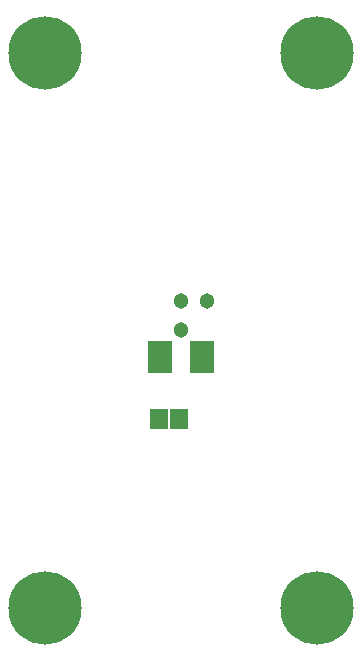
<source format=gts>
G75*
%MOIN*%
%OFA0B0*%
%FSLAX24Y24*%
%IPPOS*%
%LPD*%
%AMOC8*
5,1,8,0,0,1.08239X$1,22.5*
%
%ADD10R,0.0789X0.1064*%
%ADD11C,0.0513*%
%ADD12R,0.0592X0.0671*%
%ADD13C,0.2442*%
D10*
X006154Y013634D03*
X007532Y013634D03*
D11*
X006843Y014520D03*
X006843Y015504D03*
X007709Y015504D03*
D12*
X006784Y011567D03*
X006115Y011567D03*
D13*
X002315Y005268D03*
X002315Y023772D03*
X011370Y023772D03*
X011370Y005268D03*
M02*

</source>
